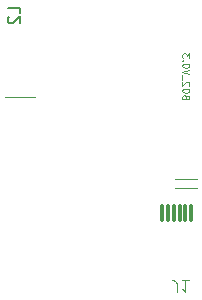
<source format=gbr>
%TF.GenerationSoftware,KiCad,Pcbnew,7.0.10*%
%TF.CreationDate,2024-08-10T06:33:11-07:00*%
%TF.ProjectId,carvera wireless charger circuit,63617276-6572-4612-9077-6972656c6573,rev?*%
%TF.SameCoordinates,Original*%
%TF.FileFunction,Legend,Bot*%
%TF.FilePolarity,Positive*%
%FSLAX46Y46*%
G04 Gerber Fmt 4.6, Leading zero omitted, Abs format (unit mm)*
G04 Created by KiCad (PCBNEW 7.0.10) date 2024-08-10 06:33:11*
%MOMM*%
%LPD*%
G01*
G04 APERTURE LIST*
G04 Aperture macros list*
%AMRoundRect*
0 Rectangle with rounded corners*
0 $1 Rounding radius*
0 $2 $3 $4 $5 $6 $7 $8 $9 X,Y pos of 4 corners*
0 Add a 4 corners polygon primitive as box body*
4,1,4,$2,$3,$4,$5,$6,$7,$8,$9,$2,$3,0*
0 Add four circle primitives for the rounded corners*
1,1,$1+$1,$2,$3*
1,1,$1+$1,$4,$5*
1,1,$1+$1,$6,$7*
1,1,$1+$1,$8,$9*
0 Add four rect primitives between the rounded corners*
20,1,$1+$1,$2,$3,$4,$5,0*
20,1,$1+$1,$4,$5,$6,$7,0*
20,1,$1+$1,$6,$7,$8,$9,0*
20,1,$1+$1,$8,$9,$2,$3,0*%
G04 Aperture macros list end*
%ADD10C,0.100000*%
%ADD11C,0.150000*%
%ADD12C,1.700000*%
%ADD13C,0.700000*%
%ADD14RoundRect,0.075000X0.075000X0.675000X-0.075000X0.675000X-0.075000X-0.675000X0.075000X-0.675000X0*%
G04 APERTURE END LIST*
D10*
X14053914Y-6601753D02*
X14025342Y-6516039D01*
X14025342Y-6516039D02*
X13996771Y-6487468D01*
X13996771Y-6487468D02*
X13939628Y-6458896D01*
X13939628Y-6458896D02*
X13853914Y-6458896D01*
X13853914Y-6458896D02*
X13796771Y-6487468D01*
X13796771Y-6487468D02*
X13768200Y-6516039D01*
X13768200Y-6516039D02*
X13739628Y-6573182D01*
X13739628Y-6573182D02*
X13739628Y-6801753D01*
X13739628Y-6801753D02*
X14339628Y-6801753D01*
X14339628Y-6801753D02*
X14339628Y-6601753D01*
X14339628Y-6601753D02*
X14311057Y-6544611D01*
X14311057Y-6544611D02*
X14282485Y-6516039D01*
X14282485Y-6516039D02*
X14225342Y-6487468D01*
X14225342Y-6487468D02*
X14168200Y-6487468D01*
X14168200Y-6487468D02*
X14111057Y-6516039D01*
X14111057Y-6516039D02*
X14082485Y-6544611D01*
X14082485Y-6544611D02*
X14053914Y-6601753D01*
X14053914Y-6601753D02*
X14053914Y-6801753D01*
X14339628Y-6087468D02*
X14339628Y-6030325D01*
X14339628Y-6030325D02*
X14311057Y-5973182D01*
X14311057Y-5973182D02*
X14282485Y-5944611D01*
X14282485Y-5944611D02*
X14225342Y-5916039D01*
X14225342Y-5916039D02*
X14111057Y-5887468D01*
X14111057Y-5887468D02*
X13968200Y-5887468D01*
X13968200Y-5887468D02*
X13853914Y-5916039D01*
X13853914Y-5916039D02*
X13796771Y-5944611D01*
X13796771Y-5944611D02*
X13768200Y-5973182D01*
X13768200Y-5973182D02*
X13739628Y-6030325D01*
X13739628Y-6030325D02*
X13739628Y-6087468D01*
X13739628Y-6087468D02*
X13768200Y-6144611D01*
X13768200Y-6144611D02*
X13796771Y-6173182D01*
X13796771Y-6173182D02*
X13853914Y-6201753D01*
X13853914Y-6201753D02*
X13968200Y-6230325D01*
X13968200Y-6230325D02*
X14111057Y-6230325D01*
X14111057Y-6230325D02*
X14225342Y-6201753D01*
X14225342Y-6201753D02*
X14282485Y-6173182D01*
X14282485Y-6173182D02*
X14311057Y-6144611D01*
X14311057Y-6144611D02*
X14339628Y-6087468D01*
X14282485Y-5658896D02*
X14311057Y-5630324D01*
X14311057Y-5630324D02*
X14339628Y-5573182D01*
X14339628Y-5573182D02*
X14339628Y-5430324D01*
X14339628Y-5430324D02*
X14311057Y-5373182D01*
X14311057Y-5373182D02*
X14282485Y-5344610D01*
X14282485Y-5344610D02*
X14225342Y-5316039D01*
X14225342Y-5316039D02*
X14168200Y-5316039D01*
X14168200Y-5316039D02*
X14082485Y-5344610D01*
X14082485Y-5344610D02*
X13739628Y-5687467D01*
X13739628Y-5687467D02*
X13739628Y-5316039D01*
X13682485Y-5201753D02*
X13682485Y-4744610D01*
X14339628Y-4687467D02*
X13739628Y-4487467D01*
X13739628Y-4487467D02*
X14339628Y-4287467D01*
X14339628Y-3973181D02*
X14339628Y-3916038D01*
X14339628Y-3916038D02*
X14311057Y-3858895D01*
X14311057Y-3858895D02*
X14282485Y-3830324D01*
X14282485Y-3830324D02*
X14225342Y-3801752D01*
X14225342Y-3801752D02*
X14111057Y-3773181D01*
X14111057Y-3773181D02*
X13968200Y-3773181D01*
X13968200Y-3773181D02*
X13853914Y-3801752D01*
X13853914Y-3801752D02*
X13796771Y-3830324D01*
X13796771Y-3830324D02*
X13768200Y-3858895D01*
X13768200Y-3858895D02*
X13739628Y-3916038D01*
X13739628Y-3916038D02*
X13739628Y-3973181D01*
X13739628Y-3973181D02*
X13768200Y-4030324D01*
X13768200Y-4030324D02*
X13796771Y-4058895D01*
X13796771Y-4058895D02*
X13853914Y-4087466D01*
X13853914Y-4087466D02*
X13968200Y-4116038D01*
X13968200Y-4116038D02*
X14111057Y-4116038D01*
X14111057Y-4116038D02*
X14225342Y-4087466D01*
X14225342Y-4087466D02*
X14282485Y-4058895D01*
X14282485Y-4058895D02*
X14311057Y-4030324D01*
X14311057Y-4030324D02*
X14339628Y-3973181D01*
X13796771Y-3516037D02*
X13768200Y-3487466D01*
X13768200Y-3487466D02*
X13739628Y-3516037D01*
X13739628Y-3516037D02*
X13768200Y-3544609D01*
X13768200Y-3544609D02*
X13796771Y-3516037D01*
X13796771Y-3516037D02*
X13739628Y-3516037D01*
X14339628Y-3287466D02*
X14339628Y-2916038D01*
X14339628Y-2916038D02*
X14111057Y-3116038D01*
X14111057Y-3116038D02*
X14111057Y-3030323D01*
X14111057Y-3030323D02*
X14082485Y-2973181D01*
X14082485Y-2973181D02*
X14053914Y-2944609D01*
X14053914Y-2944609D02*
X13996771Y-2916038D01*
X13996771Y-2916038D02*
X13853914Y-2916038D01*
X13853914Y-2916038D02*
X13796771Y-2944609D01*
X13796771Y-2944609D02*
X13768200Y-2973181D01*
X13768200Y-2973181D02*
X13739628Y-3030323D01*
X13739628Y-3030323D02*
X13739628Y-3201752D01*
X13739628Y-3201752D02*
X13768200Y-3258895D01*
X13768200Y-3258895D02*
X13796771Y-3287466D01*
X-1239000Y-6610400D02*
X1261000Y-6610400D01*
X13158881Y-13542973D02*
X14997881Y-13542973D01*
X13158881Y-14345446D02*
X14997881Y-14345446D01*
D11*
X-45180Y486666D02*
X-45180Y962856D01*
X-45180Y962856D02*
X-1045180Y962856D01*
X-949942Y200951D02*
X-997561Y153332D01*
X-997561Y153332D02*
X-1045180Y58094D01*
X-1045180Y58094D02*
X-1045180Y-180000D01*
X-1045180Y-180000D02*
X-997561Y-275238D01*
X-997561Y-275238D02*
X-949942Y-322857D01*
X-949942Y-322857D02*
X-854704Y-370476D01*
X-854704Y-370476D02*
X-759466Y-370476D01*
X-759466Y-370476D02*
X-616609Y-322857D01*
X-616609Y-322857D02*
X-45180Y248570D01*
X-45180Y248570D02*
X-45180Y-370476D01*
D10*
X13273666Y-23132980D02*
X13273666Y-22418695D01*
X13273666Y-22418695D02*
X13226047Y-22275838D01*
X13226047Y-22275838D02*
X13130809Y-22180600D01*
X13130809Y-22180600D02*
X12987952Y-22132980D01*
X12987952Y-22132980D02*
X12892714Y-22132980D01*
X14273666Y-22132980D02*
X13702238Y-22132980D01*
X13987952Y-22132980D02*
X13987952Y-23132980D01*
X13987952Y-23132980D02*
X13892714Y-22990123D01*
X13892714Y-22990123D02*
X13797476Y-22894885D01*
X13797476Y-22894885D02*
X13702238Y-22847266D01*
%LPC*%
D12*
%TO.C,J4*%
X6680056Y6221248D03*
%TD*%
%TO.C,J3*%
X10198580Y-537774D03*
%TD*%
%TO.C,J2*%
X9025739Y1715233D03*
%TD*%
D13*
%TO.C,L2*%
X500000Y-7180000D03*
X-500000Y-7180000D03*
X0Y3368000D03*
%TD*%
D14*
%TO.C,J1*%
X12007000Y-16390400D03*
X12507000Y-16390400D03*
X13007000Y-16390400D03*
X13511000Y-16390400D03*
X14007000Y-16390400D03*
X14507000Y-16390400D03*
%TD*%
%LPD*%
M02*

</source>
